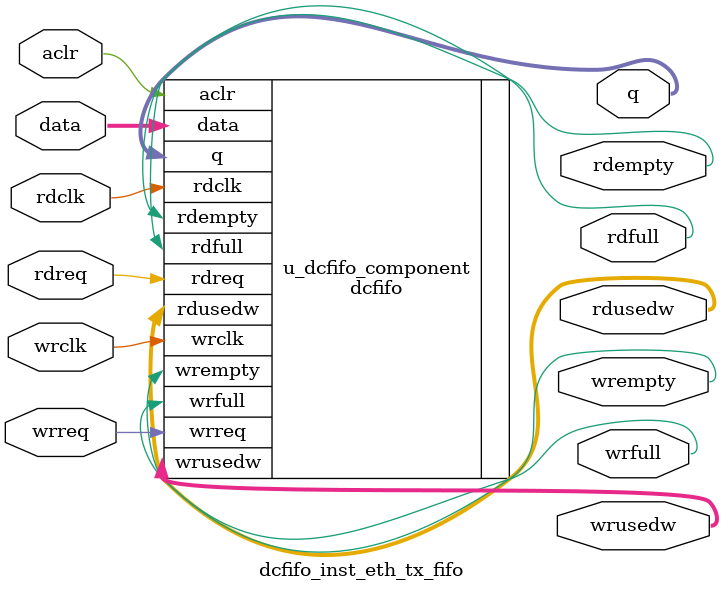
<source format=v>
`timescale 1 ps / 1 ps

module dcfifo_mixed_inst_eth_tx_fifo #(
	parameter					lpm_wr_gre_rd 			= 1		,
	parameter					lpm_wr_rd_div 			= 2		,
	parameter					lpm_width_large 		= 16	,		
	parameter					lpm_widthu_large 		= 12		,		
	parameter					lpm_numwords_large 		= 4096	,
	parameter					intended_device_family 	= "Stratix"	,
                                              	
	parameter					lpm_width 				= 16		,		
	parameter					lpm_widthu 				= 12		,		
	parameter					lpm_width_rd 			= 8	,		
	parameter					lpm_widthu_rd 			= 13		,			
	parameter					lpm_numwords 			= 4096	,			
	parameter					lpm_type 				= "dcfifo"				,
	parameter					lpm_hint 				= "RAM_BLOCK_TYPE=M4K"	,
	parameter					add_ram_output_register = "ON"	 ,		
	parameter					clocks_are_synchronized = "FALSE",		
	parameter					lpm_showahead 			= "ON"   ,			
	parameter					overflow_checking 		= "ON"	 ,		
	parameter					underflow_checking 	    = "ON"	 ,		
	parameter					use_eab 				= "ON"	 		
		
)(
	input	  					aclr					,
	input	  					wrclk					,
	input	  					wrreq					,
	input	[lpm_width-1:0]  	data					,	
	
	input	  					rdclk					,
	input	  					rdreq					,
	output	[lpm_width_rd-1:0]  	q						,	
	output	  					rdempty					,
	
	output	  					rdfull					,
	output	[lpm_widthu_rd-1:0]  rdusedw					,
	output	  					wrempty					,
	output	  					wrfull 					,
	output	[lpm_widthu-1:0]  	wrusedw					 
);

//---------------------------------------------------------
//   singal                                                 
//---------------------------------------------------------

	wire	    	  				s_fifo_wrreq		; 
	wire	[lpm_width_large-1:0]  	s_fifo_wdata		; 

	
	wire							s_wrfull			;	
	wire							s_wrempty			; 			
	wire	[lpm_widthu_large-1:0]  s_wrusedw			;	

		
	wire	    	  				s_fifo_rdreq		;
	wire	[lpm_width_large-1:0]  	s_fifo_rdata		;	

	
	wire							s_rdfull			;	
	wire							s_rdempty			; 	
	wire	[lpm_widthu_large-1:0]  s_rdusedw			;	


//---------------------------------------------------------
//   MIXED  write                           
//---------------------------------------------------------
          
    // select write less than read       
	generate
		if ( lpm_wr_rd_div == 1 ) begin
			 	
			assign s_fifo_wrreq = wrreq ; 
			assign s_fifo_wdata = data	;	
			assign wrusedw 	= s_wrusedw ; 																	
		end else if ( lpm_wr_gre_rd == 0 ) begin
						
			reg	    [7:0]  					r_fifo_wcnt			= 0 ; 
			wire	    	  				s_fifo_wr_flag		; 
			reg		[lpm_width_large-1:0]  	r_fifo_wdata		= 0; 
			
			always@(posedge wrclk or posedge aclr )      
				if(aclr)                                
					r_fifo_wcnt	  <= 'b0 ;              
				else if ( r_fifo_wcnt == lpm_wr_rd_div -1  && wrreq == 1 ) 
					r_fifo_wcnt  <= 'b0 ; 	
				else if ( wrreq == 1 ) 
					r_fifo_wcnt  <= r_fifo_wcnt + 1 ;	
		
			assign s_fifo_wr_flag = ((wrreq == 1 && r_fifo_wcnt == 0)|| r_fifo_wcnt > 0) ? 1'b1 : 1'b0 ;
		            
			always@(posedge wrclk or posedge aclr )      
				if(aclr)                                
					r_fifo_wdata  <= 'b0 ;              
				else if ( s_fifo_wr_flag == 1 && wrreq == 1 && (r_fifo_wcnt < lpm_wr_rd_div -1) ) 
					r_fifo_wdata  <= {r_fifo_wdata[(lpm_wr_rd_div-1)*lpm_width-1:0],data} ;	


			assign s_fifo_wrreq = ( aclr == 1 ) ? 1'b0 : 
						  		  ( s_fifo_wr_flag == 1 && wrreq == 1 && r_fifo_wcnt == lpm_wr_rd_div -1 ) ? 1'b1 : 1'b0;

			assign s_fifo_wdata = ( aclr == 1 ) ? {lpm_width_large{1'b0}} : 
						 		  ( s_fifo_wr_flag == 1 && wrreq == 1 && r_fifo_wcnt == lpm_wr_rd_div -1 ) ? {r_fifo_wdata[(lpm_wr_rd_div-1)*lpm_width-1:0],data}: {lpm_width_large{1'b0}}  ; 			 	

			assign wrusedw = ( lpm_wr_rd_div == 2 ) ? {s_wrusedw,1'b0} :
							 ( lpm_wr_rd_div == 4 ) ? {s_wrusedw,2'b0} :
							 ( lpm_wr_rd_div == 8 ) ? {s_wrusedw,3'b0} : s_wrusedw ; 		 //just support lpm_wr_rd_div <= 8 				


		end else begin 
			
			assign s_fifo_wrreq = wrreq ; 
			assign s_fifo_wdata = data	;	
			assign wrusedw 	= s_wrusedw ; 
																												
		end 
	endgenerate	
	

	assign wrempty	= s_wrempty	 ; 	 
	assign wrfull 	= s_wrfull 	 ; 	 
	    
          			
//---------------------------------------------------------
//   MIXED  read                                          
//---------------------------------------------------------
	
	generate
		if ( lpm_wr_rd_div == 1 ) begin	 	

			assign s_fifo_rdreq 	= rdreq 		; 
			assign q 				= s_fifo_rdata	;	
			assign rdempty			= s_rdempty	 	; 	
			assign rdusedw 			= s_rdusedw 	; 																		

		end else if ( lpm_wr_gre_rd == 0 ) begin	
					
			assign s_fifo_rdreq 	= rdreq 		; 
			assign q 				= s_fifo_rdata	;
			assign rdempty			= s_rdempty	 	; 	
			assign rdusedw 			= s_rdusedw 	; 																

		end else begin 	
		
			reg	    [7:0]  					r_fifo_rcnt			=0 ;   
			wire	    	  				s_fifo_rd_flag		   ;   
			reg	    	  					r_fifo_rd_flag		=0 ;   
			reg		[lpm_width_large-1:0]  	r_fifo_rdata 		=0 ;	
			reg	    	  					r_rd_last_flag		=0 ;   		
			wire	[lpm_widthu_rd-1:0]  	s_rdusedw_o 		   ;	
			wire	    	  				s_rdusedw_change	   ;   		
			reg		[lpm_widthu_rd-1:0]  	r_rdusedw_o 		=0 ;	
			reg		[lpm_widthu_rd-1:0]  	r_rdusedw_o_ff 		=0 ;	

				
			always@(posedge rdclk or posedge aclr )      
				if(aclr)                                
					r_fifo_rcnt	  <= 'b0 ;              
				else if ( r_fifo_rcnt == lpm_wr_rd_div -1  && rdreq == 1 ) 
					r_fifo_rcnt  <= 'b0 ; 	
				else if ( rdreq == 1 ) 
					r_fifo_rcnt  <= r_fifo_rcnt + 1 ;	
			
			assign s_fifo_rd_flag = (( rdreq == 1 && r_fifo_rcnt == 0)|| r_fifo_rcnt > 0) ? 1'b1 : 1'b0 ;
			
			always@(posedge rdclk or posedge aclr )      
				if(aclr)                                
					r_fifo_rd_flag	<= 'b0 ;              
				else 
					r_fifo_rd_flag  <= s_fifo_rd_flag ; 	
			
			always@(posedge rdclk or posedge aclr )      
				if(aclr)                                
					r_fifo_rdata	<= 'b0 ;              
				else if ( lpm_showahead == "ON" && s_fifo_rd_flag == 1 && rdreq == 1 && r_fifo_rcnt == 0 )  
					r_fifo_rdata  <= s_fifo_rdata ;
				else if ( lpm_showahead == "ON" && s_fifo_rd_flag == 1 && rdreq == 1 && r_fifo_rcnt > 0 )  
					r_fifo_rdata  <= {r_fifo_rdata[(lpm_wr_rd_div-1)*lpm_width_rd-1:0],{lpm_width_rd{1'b0}}} ;
				else if ( lpm_showahead =="OFF" && r_fifo_rd_flag == 1 &&               r_fifo_rcnt == 1 )  
					r_fifo_rdata  <= s_fifo_rdata ;
				else if ( lpm_showahead =="OFF" && r_fifo_rd_flag == 1 && rdreq == 1 && r_fifo_rcnt != 1 )  
					r_fifo_rdata  <= {r_fifo_rdata[(lpm_wr_rd_div-1)*lpm_width_rd-1:0],{lpm_width_rd{1'b0}}} ;
			
			always@(posedge rdclk or posedge aclr )      
				if(aclr)                                
					r_rd_last_flag	<= 'b0 ;              
				else if ( s_rdusedw == 1  && s_fifo_rdreq == 1 ) 
					r_rd_last_flag  <= 'b1 ;					
				else if ( s_fifo_rd_flag == 1 && rdreq == 1 && r_fifo_rcnt == lpm_wr_rd_div-1 ) 
					r_rd_last_flag  <= 'b0 ;							


					
			assign s_rdusedw_o  = ( lpm_wr_rd_div == 2 )? {s_rdusedw,1'b0}: 
								  ( lpm_wr_rd_div == 4 )? {s_rdusedw,2'b0}: 	
								  ( lpm_wr_rd_div == 8 )? {s_rdusedw,3'b0}: s_rdusedw ;
						
			always@(posedge rdclk or posedge aclr )      
				if(aclr)                                
					r_rdusedw_o	 <= 'b0 ;              
				else 
					r_rdusedw_o  <= s_rdusedw_o ;

			assign s_rdusedw_change	= ( s_rdusedw_o == r_rdusedw_o ) ? 1'b0 : 1'b1 ; 
									

			always@(posedge rdclk or posedge aclr )      
				if(aclr)                                
					r_rdusedw_o_ff	<= 'b0 ;              
				else if ( s_rdusedw_change == 1 && rdreq == 1 ) 
					r_rdusedw_o_ff  <= s_rdusedw_o - 1 ;
				else if ( s_rdusedw_change == 1 && rdreq == 0 ) 
					r_rdusedw_o_ff  <= s_rdusedw_o ;
				else if ( rdreq == 1 ) 
					r_rdusedw_o_ff  <= r_rdusedw_o_ff - 1 ;
			
																								
			assign rdusedw = ( s_rdusedw_change == 1 ) ? s_rdusedw_o :  r_rdusedw_o_ff ;
																
			assign rdempty	= ( r_rd_last_flag == 1 ) ? 1'b0 : s_rdempty ; 	
			
			
			assign s_fifo_rdreq 	= ( aclr == 1 			 ) ? 1'b0 : 
						  		  	  ( s_fifo_rd_flag == 1 && rdreq == 1 && r_fifo_rcnt == 0 ) ? 1'b1 : 1'b0;
			 	
			assign q = ( lpm_showahead == "ON" && s_fifo_rd_flag == 1 && r_fifo_rcnt == 0 ) ?  s_fifo_rdata[lpm_wr_rd_div*lpm_width_rd-1:(lpm_wr_rd_div-1)*lpm_width_rd] : 
			 		   ( lpm_showahead =="OFF" && r_fifo_rd_flag == 1 && r_fifo_rcnt == 1 ) ?  s_fifo_rdata[lpm_wr_rd_div*lpm_width_rd-1:(lpm_wr_rd_div-1)*lpm_width_rd] : 			 		   			 		   
																							   r_fifo_rdata[(lpm_wr_rd_div-1)*lpm_width_rd-1:(lpm_wr_rd_div-2)*lpm_width_rd] ; 	
								
		end 
	endgenerate	
							            
							            
//	assign rdempty	= s_rdempty	 ; 	
	assign rdfull 	= s_rdfull 	 ; 	


//---------------------------------------------------------
// DCFIFO                                  
//---------------------------------------------------------	
	
	dcfifo_inst_eth_tx_fifo #( 
		.lpm_width 	    			( lpm_width_large 	    	) ,
		.lpm_widthu 				( lpm_widthu_large 			) ,
		.lpm_numwords 				( lpm_numwords_large 		) ,
		.add_ram_output_register 	( add_ram_output_register   ) ,		
		.clocks_are_synchronized 	( clocks_are_synchronized   ) ,		
		.lpm_showahead 				( lpm_showahead 			) ,
		.lpm_hint					( lpm_hint					) ,
		.lpm_type					( lpm_type					) ,
		.overflow_checking 			( overflow_checking 		) ,
		.underflow_checking 		( underflow_checking 	    ) ,
		.use_eab 					( use_eab 				    ) 	
	)u_dcfifo_inst (
		.aclr 		( aclr				) ,
		.wrclk 		( wrclk				) ,
		.wrreq 		( s_fifo_wrreq		) ,
		.data 		( s_fifo_wdata		) ,
		.rdclk 		( rdclk				) ,
		.rdreq 		( s_fifo_rdreq		) ,
		.q 			( s_fifo_rdata		) ,
		.wrempty 	( s_wrempty			) ,
		.wrfull 	( s_wrfull 			) ,
		.wrusedw 	( s_wrusedw			) ,
		.rdempty 	( s_rdempty			) ,
		.rdfull 	( s_rdfull 			) ,
		.rdusedw 	( s_rdusedw			) 
	);
			    
endmodule

//----------------------------------------------------------------------------
// dcfifo
//----------------------------------------------------------------------------

`timescale 1 ps / 1 ps

module dcfifo_inst_eth_tx_fifo #(
	parameter					add_ram_output_register = "ON"					,
	parameter					clocks_are_synchronized = "FALSE"				,
	parameter					lpm_numwords 			= 4096					,
	parameter					lpm_showahead 			= "ON"					,
	parameter					lpm_hint 				= "RAM_BLOCK_TYPE=M4K"	,
	parameter					lpm_type 				= "dcfifo"				,
	parameter					lpm_width 				= 16					,
	parameter					lpm_widthu 				= 12						,
	parameter					overflow_checking 		= "ON"					,
	parameter					underflow_checking 		= "ON"					,
	parameter					use_eab 				= "ON"					 
)(
	input	  					aclr			,
	input	  					wrclk			,
	input	  					wrreq			,
	input	[lpm_width-1:0]  	data			,
	input	  					rdclk			,
	input	  					rdreq			,
	output	[lpm_width-1:0]  	q				,
	output	  					rdempty			,
	output	  					rdfull			,
	output	[lpm_widthu-1:0]  	rdusedw			,
	output	  					wrempty			,
	output	  					wrfull			,
	output	[lpm_widthu-1:0]  	wrusedw			 
);


	dcfifo	u_dcfifo_component (
		.rdclk 		( rdclk 		),
		.wrreq 		( wrreq 		),
		.aclr 		( aclr 			),
		.data 		( data 			),
		.rdreq 		( rdreq 		),
		.wrclk 		( wrclk 		),
		.wrempty 	( wrempty 		),
		.wrfull 	( wrfull 		),
		.q 			( q 			),
		.rdempty 	( rdempty 		),
		.rdfull 	( rdfull 		),
		.wrusedw 	( wrusedw 		),
		.rdusedw 	( rdusedw 		)
	);
	
	
	defparam
		u_dcfifo_component.add_ram_output_register 	= add_ram_output_register  	,
		u_dcfifo_component.clocks_are_synchronized 	= clocks_are_synchronized  	,
		u_dcfifo_component.lpm_hint 				= lpm_hint 					,
		u_dcfifo_component.lpm_numwords 			= lpm_numwords 				,
		u_dcfifo_component.lpm_showahead 			= lpm_showahead 			,
		u_dcfifo_component.lpm_type 				= lpm_type 					,
		u_dcfifo_component.lpm_width 				= lpm_width 				,
		u_dcfifo_component.lpm_widthu 			 	= lpm_widthu 				,
		u_dcfifo_component.overflow_checking 		= overflow_checking 		,
		u_dcfifo_component.underflow_checking 	 	= underflow_checking 		,
		u_dcfifo_component.use_eab 				 	= use_eab 					;				    


endmodule

</source>
